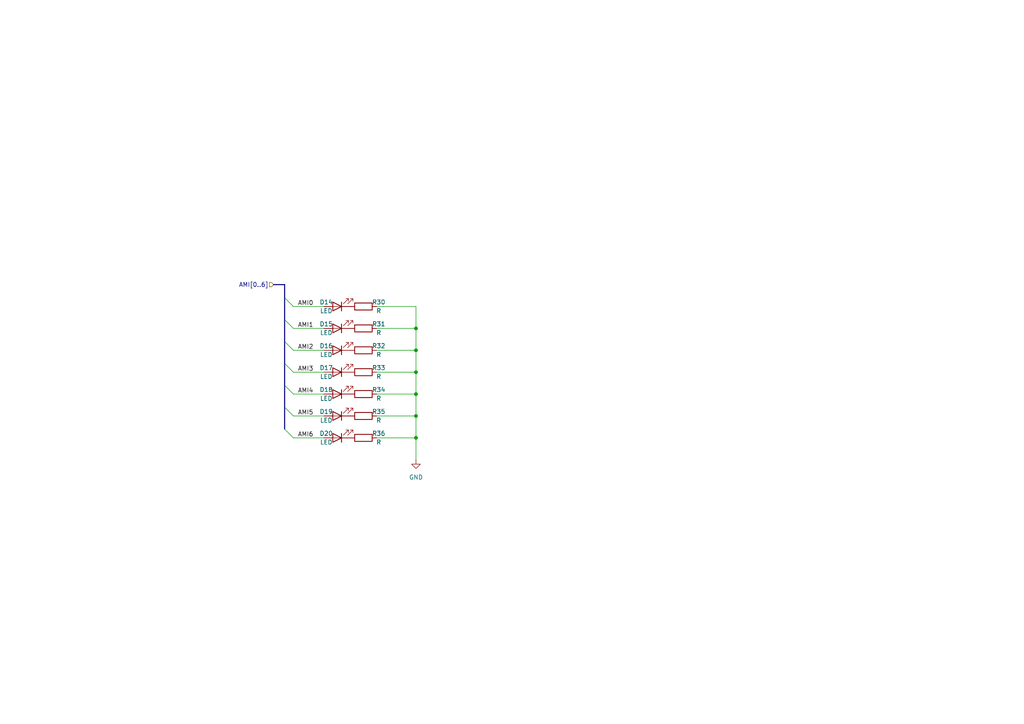
<source format=kicad_sch>
(kicad_sch (version 20211123) (generator eeschema)
  (paper "A4")
  (lib_symbols
    (symbol "Device:LED" (pin_numbers hide) (pin_names (offset 1.016) hide)
      (property "Reference" "D" (at 0 2.54 0))
      (property "Value" "LED" (at 0 -2.54 0))
      (symbol "LED_0_1"
        (polyline (pts (xy -1.27 -1.27) (xy -1.27 1.27)) (stroke (width 0.254)))
        (polyline (pts (xy -1.27 0) (xy 1.27 0)))
        (polyline (pts (xy 1.27 -1.27) (xy 1.27 1.27) (xy -1.27 0) (xy 1.27 -1.27)) (stroke (width 0.254)))
        (polyline (pts (xy -3.048 -0.762) (xy -4.572 -2.286) (xy -3.81 -2.286) (xy -4.572 -2.286) (xy -4.572 -1.524)))
        (polyline (pts (xy -1.778 -0.762) (xy -3.302 -2.286) (xy -2.54 -2.286) (xy -3.302 -2.286) (xy -3.302 -1.524)))
      )
      (symbol "LED_1_1"
        (pin passive line (at -3.81 0 0) (length 2.54) (name "K") (number "1"))
        (pin passive line (at 3.81 0 180) (length 2.54) (name "A") (number "2"))
      )
    )
    (symbol "Device:R" (pin_numbers hide) (pin_names (offset 0))
      (property "Reference" "R" (at 2.032 0 90))
      (property "Value" "R" (at 0 0 90))
      (symbol "R_0_1"
        (rectangle (start -1.016 -2.54) (end 1.016 2.54) (stroke (width 0.254)))
      )
      (symbol "R_1_1"
        (pin passive line (at 0 3.81 270) (length 1.27) (name "~") (number "1"))
        (pin passive line (at 0 -3.81 90) (length 1.27) (name "~") (number "2"))
      )
    )
    (symbol "power:GND" (power) (pin_names (offset 0))
      (property "Value" "GND" (at 0 -3.81 0))
      (symbol "GND_0_1"
        (polyline (pts (xy 0 0) (xy 0 -1.27) (xy 1.27 -1.27) (xy 0 -2.54) (xy -1.27 -1.27) (xy 0 -1.27)))
      )
      (symbol "GND_1_1"
        (pin power_in line (at 0 0 270) (length 0) hide (name "GND") (number "1"))
      )
    )
  )
  (junction (at 120.65 120.65))
  (junction (at 120.65 95.25))
  (junction (at 120.65 114.3))
  (junction (at 120.65 101.6))
  (junction (at 120.65 107.95))
  (junction (at 120.65 127))
  (bus_entry (at 85.09 120.65) (size -2.54 -2.54))
  (bus_entry (at 85.09 114.3) (size -2.54 -2.54))
  (bus_entry (at 85.09 101.6) (size -2.54 -2.54))
  (bus_entry (at 85.09 88.9) (size -2.54 -2.54))
  (bus_entry (at 85.09 107.95) (size -2.54 -2.54))
  (bus_entry (at 85.09 95.25) (size -2.54 -2.54))
  (bus_entry (at 85.09 127) (size -2.54 -2.54))
  (wire (pts (xy 109.22 88.9) (xy 120.65 88.9)))
  (wire (pts (xy 109.22 127) (xy 120.65 127)))
  (wire (pts (xy 109.22 101.6) (xy 120.65 101.6)))
  (wire (pts (xy 120.65 120.65) (xy 120.65 127)))
  (wire (pts (xy 120.65 95.25) (xy 120.65 101.6)))
  (bus (pts (xy 82.55 82.55) (xy 82.55 86.36)))
  (bus (pts (xy 82.55 124.46) (xy 82.55 118.11)))
  (wire (pts (xy 85.09 127) (xy 93.98 127)))
  (wire (pts (xy 85.09 95.25) (xy 93.98 95.25)))
  (wire (pts (xy 85.09 88.9) (xy 93.98 88.9)))
  (wire (pts (xy 85.09 107.95) (xy 93.98 107.95)))
  (bus (pts (xy 82.55 111.76) (xy 82.55 105.41)))
  (wire (pts (xy 85.09 114.3) (xy 93.98 114.3)))
  (wire (pts (xy 120.65 114.3) (xy 120.65 120.65)))
  (wire (pts (xy 120.65 107.95) (xy 120.65 114.3)))
  (wire (pts (xy 109.22 120.65) (xy 120.65 120.65)))
  (bus (pts (xy 79.375 82.55) (xy 82.55 82.55)))
  (wire (pts (xy 109.22 95.25) (xy 120.65 95.25)))
  (wire (pts (xy 120.65 101.6) (xy 120.65 107.95)))
  (wire (pts (xy 85.09 120.65) (xy 93.98 120.65)))
  (wire (pts (xy 85.09 101.6) (xy 93.98 101.6)))
  (wire (pts (xy 120.65 88.9) (xy 120.65 95.25)))
  (bus (pts (xy 82.55 118.11) (xy 82.55 111.76)))
  (wire (pts (xy 109.22 107.95) (xy 120.65 107.95)))
  (bus (pts (xy 82.55 92.71) (xy 82.55 86.36)))
  (bus (pts (xy 82.55 105.41) (xy 82.55 99.06)))
  (wire (pts (xy 120.65 127) (xy 120.65 133.35)))
  (wire (pts (xy 109.22 114.3) (xy 120.65 114.3)))
  (bus (pts (xy 82.55 99.06) (xy 82.55 92.71)))
  (label "AMI5" (at 86.36 120.65 0))
  (label "AMI0" (at 86.36 88.9 0))
  (label "AMI1" (at 86.36 95.25 0))
  (label "AMI4" (at 86.36 114.3 0))
  (label "AMI2" (at 86.36 101.6 0))
  (label "AMI3" (at 86.36 107.95 0))
  (label "AMI6" (at 86.36 127 0))
  (hierarchical_label "AMI[0..6]" (shape input) (at 79.375 82.55 180))
  (symbol (lib_id "Device:LED") (at 97.79 114.3 180) (unit 1)
    (property "Reference" "D18" (at 94.615 113.03 0))
    (property "Value" "LED" (at 94.615 115.57 0))
    (property "Footprint" "LED_THT:LED_D5.0mm_Clear" (effects hide))
  )
  (symbol (lib_id "Device:R") (at 105.41 120.65 90) (unit 1)
    (property "Reference" "R35" (at 109.855 119.38 90))
    (property "Value" "R" (at 109.855 121.92 90))
    (property "Footprint" "Resistor_SMD:R_0603_1608Metric_Pad0.98x0.95mm_HandSolder" (effects hide))
  )
  (symbol (lib_id "Device:R") (at 105.41 114.3 90) (unit 1)
    (property "Reference" "R34" (at 109.855 113.03 90))
    (property "Value" "R" (at 109.855 115.57 90))
    (property "Footprint" "Resistor_SMD:R_0603_1608Metric_Pad0.98x0.95mm_HandSolder" (effects hide))
  )
  (symbol (lib_id "Device:R") (at 105.41 88.9 90) (unit 1)
    (property "Reference" "R30" (at 109.855 87.63 90))
    (property "Value" "R" (at 109.855 90.17 90))
    (property "Footprint" "Resistor_SMD:R_0603_1608Metric_Pad0.98x0.95mm_HandSolder" (effects hide))
  )
  (symbol (lib_id "Device:R") (at 105.41 127 90) (unit 1)
    (property "Reference" "R36" (at 109.855 125.73 90))
    (property "Value" "R" (at 109.855 128.27 90))
    (property "Footprint" "Resistor_SMD:R_0603_1608Metric_Pad0.98x0.95mm_HandSolder" (effects hide))
  )
  (symbol (lib_id "Device:LED") (at 97.79 101.6 180) (unit 1)
    (property "Reference" "D16" (at 94.615 100.33 0))
    (property "Value" "LED" (at 94.615 102.87 0))
    (property "Footprint" "LED_THT:LED_D5.0mm_Clear" (effects hide))
  )
  (symbol (lib_id "Device:LED") (at 97.79 107.95 180) (unit 1)
    (property "Reference" "D17" (at 94.615 106.68 0))
    (property "Value" "LED" (at 94.615 109.22 0))
    (property "Footprint" "LED_THT:LED_D5.0mm_Clear" (effects hide))
  )
  (symbol (lib_id "Device:LED") (at 97.79 127 180) (unit 1)
    (property "Reference" "D20" (at 94.615 125.73 0))
    (property "Value" "LED" (at 94.615 128.27 0))
    (property "Footprint" "LED_THT:LED_D5.0mm_Clear" (effects hide))
  )
  (symbol (lib_id "Device:LED") (at 97.79 95.25 180) (unit 1)
    (property "Reference" "D15" (at 94.615 93.98 0))
    (property "Value" "LED" (at 94.615 96.52 0))
    (property "Footprint" "LED_THT:LED_D5.0mm_Clear" (effects hide))
  )
  (symbol (lib_id "Device:LED") (at 97.79 120.65 180) (unit 1)
    (property "Reference" "D19" (at 94.615 119.38 0))
    (property "Value" "LED" (at 94.615 121.92 0))
    (property "Footprint" "LED_THT:LED_D5.0mm_Clear" (effects hide))
  )
  (symbol (lib_id "Device:R") (at 105.41 107.95 90) (unit 1)
    (property "Reference" "R33" (at 109.855 106.68 90))
    (property "Value" "R" (at 109.855 109.22 90))
    (property "Footprint" "Resistor_SMD:R_0603_1608Metric_Pad0.98x0.95mm_HandSolder" (effects hide))
  )
  (symbol (lib_id "Device:R") (at 105.41 101.6 90) (unit 1)
    (property "Reference" "R32" (at 109.855 100.33 90))
    (property "Value" "R" (at 109.855 102.87 90))
    (property "Footprint" "Resistor_SMD:R_0603_1608Metric_Pad0.98x0.95mm_HandSolder" (effects hide))
  )
  (symbol (lib_id "Device:LED") (at 97.79 88.9 180) (unit 1)
    (property "Reference" "D14" (at 94.615 87.63 0))
    (property "Value" "LED" (at 94.615 90.17 0))
    (property "Footprint" "LED_THT:LED_D5.0mm_Clear" (effects hide))
  )
  (symbol (lib_id "Device:R") (at 105.41 95.25 90) (unit 1)
    (property "Reference" "R31" (at 109.855 93.98 90))
    (property "Value" "R" (at 109.855 96.52 90))
    (property "Footprint" "Resistor_SMD:R_0603_1608Metric_Pad0.98x0.95mm_HandSolder" (effects hide))
  )
  (symbol (lib_id "power:GND") (at 120.65 133.35 0) (unit 1)
    (property "Reference" "#PWR018" (effects hide))
    (property "Value" "GND" (at 120.65 138.43 0))
  )
)
</source>
